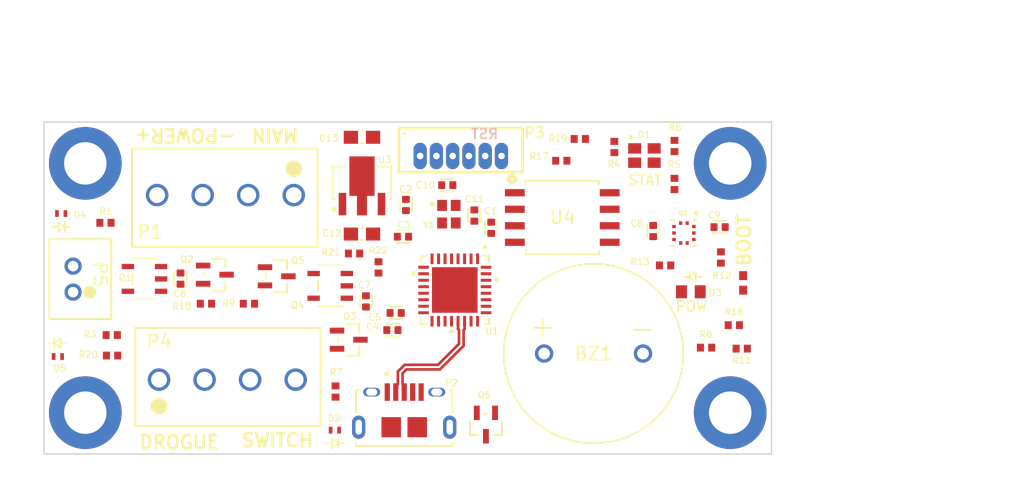
<source format=kicad_pcb>
(kicad_pcb (version 20221018) (generator pcbnew)
  (layers (0 "F.Cu" signal) (1 "In1.Cu" signal) (2 "In2.Cu" signal) (31 "B.Cu" signal) (34 "B.Paste" user) (35 "F.Paste" user) (36 "B.SilkS" user "B.Silkscreen") (37 "F.SilkS" user "F.Silkscreen") (38 "B.Mask" user) (39 "F.Mask" user) (44 "Edge.Cuts" user))
  (net 0 "")
  (net 1 "Net-(BZ1-+)")
  (net 2 "NRST")
  (net 3 "Net-(P5-6)")
  (net 4 "Earth")
  (net 5 "Net-(D3-Pad1)")
  (net 6 "BEEP")
  (net 7 "3.3V")
  (net 8 "VIN")
  (net 9 "OSC_IN")
  (net 10 "OSC_OUT")
  (net 11 "5V")
  (net 12 "DROGUE")
  (net 13 "MAIN")
  (net 14 "Net-(D1-Pad2)")
  (net 15 "Net-(D1-Pad3)")
  (net 16 "Net-(D1-Pad4)")
  (net 17 "USB_D-")
  (net 18 "USB_D+")
  (net 21 "BOOT")
  (net 22 "SWDIO")
  (net 23 "SWCLK")
  (net 24 "SWO")
  (net 25 "VIN_SW")
  (net 28 "STATUS_B")
  (net 29 "STATUS_G")
  (net 30 "STATUS_R")
  (net 31 "~{FLASH_SS}")
  (net 32 "USB_DETECT")
  (net 33 "FLASH_SCK")
  (net 34 "~{SWITCH}")
  (net 35 "BP_SCL")
  (net 36 "BP_SDA")
  (net 37 "~{MAIN_CONT}")
  (net 38 "~{DROGUE_CONT}")
  (net 39 "FLASH_MISO")
  (net 40 "FLASH_MOSI")
  (net 44 "VBAT_SENSE")
  (net 46 "Net-(P4A-6)")
  (net 47 "Net-(P1A-6)")
  (net 48 "Net-(P1B-6)")
  (footprint "Base-Flight-Computer:RES_0402" (layer "F.Cu") (at 111.506 97.7138)
    (fp_text reference "R20" (at -1.8288 -0.0762) (layer "F.SilkS") (effects (font (size 0.508 0.508) (thickness 0.0762))))
    (fp_text value "100k")
    (pad "1" smd rect (at -0.432 0) (size 0.54 0.6) (layers "F.Cu" "F.Paste" "F.Mask") (net 4 "Earth"))
    (pad "2" smd rect (at 0.432 0) (size 0.54 0.6) (layers "F.Cu" "F.Paste" "F.Mask") (net 25 "VIN_SW"))
  )
  (footprint "Base-Flight-Computer:CAP_0402" (layer "F.Cu") (at 116.7638 91.7956 90)
    (fp_text reference "C6" (at -1.1684 -0.0508) (layer "F.SilkS") (effects (font (size 0.508 0.508) (thickness 0.0762))))
    (fp_text value "1uF")
    (pad "1" smd roundrect (at -0.43 0 180) (size 0.6 0.54) (layers "F.Cu" "F.Paste" "F.Mask") (roundrect_rratio 0.14) (net 13 "MAIN"))
    (pad "2" smd roundrect (at 0.43 0 180) (size 0.6 0.54) (layers "F.Cu" "F.Paste" "F.Mask") (roundrect_rratio 0.14) (net 4 "Earth"))
  )
  (footprint "Base-Flight-Computer:CLMVC-FKA-CL1D1L71BB7C3C3" (layer "F.Cu") (at 152.412 82.3302)
    (fp_text reference "D1" (at -0.0254 -1.6002) (layer "F.SilkS") (effects (font (size 0.508 0.508) (thickness 0.0762))))
    (fp_text value "CLMVC-FKA-CL1D1L71BB7C3C3")
    (pad "1" smd rect (at -0.75 -0.55 270) (size 0.8 1) (layers "F.Cu" "F.Paste" "F.Mask") (net 7 "3.3V"))
    (pad "2" smd rect (at 0.75 -0.55 270) (size 0.8 1) (layers "F.Cu" "F.Paste" "F.Mask") (net 14 "Net-(D1-Pad2)"))
    (pad "3" smd rect (at 0.75 0.55 270) (size 0.8 1) (layers "F.Cu" "F.Paste" "F.Mask") (net 15 "Net-(D1-Pad3)"))
    (pad "4" smd rect (at -0.75 0.55 270) (size 0.8 1) (layers "F.Cu" "F.Paste" "F.Mask") (net 16 "Net-(D1-Pad4)"))
  )
  (footprint "Base-Flight-Computer:MountingHole_4-40" (layer "F.Cu") (at 109.4486 102.108)
    (fp_text reference "H4" hide)
    (fp_text value "Mounting-Hole-4-40" hide)
    (pad "1" thru_hole circle (at 0 0) (size 5.588 5.588) (drill 3.2639) (layers "*.Cu" "*.Mask") (net 4 "Earth"))
  )
  (footprint "Base-Flight-Computer:53047-0610" (layer "F.Cu") (at 138.303 82.365 180)
    (fp_text reference "P3" (at -5.6642 1.778) (layer "F.SilkS") (effects (font (size 0.8 0.8))))
    (fp_text value "0530470610")
    (pad "1" thru_hole oval (at 3.125 0 180) (size 1.016 2.032) (drill 0.508) (layers "*.Cu" "*.Mask") (net 7 "3.3V"))
    (pad "2" thru_hole oval (at 1.875 0 180) (size 1.016 2.032) (drill 0.508) (layers "*.Cu" "*.Mask") (net 22 "SWDIO"))
    (pad "3" thru_hole oval (at 0.625 0 180) (size 1.016 2.032) (drill 0.508) (layers "*.Cu" "*.Mask") (net 23 "SWCLK"))
    (pad "4" thru_hole oval (at -0.625 0 180) (size 1.016 2.032) (drill 0.508) (layers "*.Cu" "*.Mask") (net 24 "SWO"))
    (pad "5" thru_hole oval (at -1.875 0 180) (size 1.016 2.032) (drill 0.508) (layers "*.Cu" "*.Mask") (net 2 "NRST"))
    (pad "6" thru_hole oval (at -3.125 0 180) (size 1.016 2.032) (drill 0.508) (layers "*.Cu" "*.Mask") (net 4 "Earth"))
  )
  (footprint "Base-Flight-Computer:CAP_0402" (layer "F.Cu") (at 153.0858 88.138 -90)
    (fp_text reference "C8" (at -0.5842 1.2446) (layer "F.SilkS") (effects (font (size 0.508 0.508) (thickness 0.0762))))
    (fp_text value "0.1uF")
    (pad "1" smd roundrect (at -0.43 0) (size 0.6 0.54) (layers "F.Cu" "F.Paste" "F.Mask") (roundrect_rratio 0.14) (net 7 "3.3V"))
    (pad "2" smd roundrect (at 0.43 0) (size 0.6 0.54) (layers "F.Cu" "F.Paste" "F.Mask") (roundrect_rratio 0.14) (net 4 "Earth"))
  )
  (footprint "Base-Flight-Computer:RES_0402" (layer "F.Cu") (at 154.0004 90.7796)
    (fp_text reference "R13" (at -1.9306 -0.2794 180) (layer "F.SilkS") (effects (font (size 0.508 0.508) (thickness 0.0762))))
    (fp_text value "4.7k")
    (pad "1" smd rect (at -0.432 0) (size 0.54 0.6) (layers "F.Cu" "F.Paste" "F.Mask") (net 36 "BP_SDA"))
    (pad "2" smd rect (at 0.432 0) (size 0.54 0.6) (layers "F.Cu" "F.Paste" "F.Mask") (net 7 "3.3V"))
  )
  (footprint "Base-Flight-Computer:CAP_0402" (layer "F.Cu") (at 131.0132 93.5482 90)
    (fp_text reference "C7" (at 1.27 -0.127 180) (layer "F.SilkS") (effects (font (size 0.508 0.508) (thickness 0.0762))))
    (fp_text value "1uF")
    (pad "1" smd roundrect (at -0.43 0 180) (size 0.6 0.54) (layers "F.Cu" "F.Paste" "F.Mask") (roundrect_rratio 0.14) (net 12 "DROGUE"))
    (pad "2" smd roundrect (at 0.43 0 180) (size 0.6 0.54) (layers "F.Cu" "F.Paste" "F.Mask") (roundrect_rratio 0.14) (net 4 "Earth"))
  )
  (footprint "Base-Flight-Computer:PMEG3010AESBYL" (layer "F.Cu") (at 128.6256 103.4542 180)
    (fp_text reference "D2" (at 0.0508 0.9144 180) (layer "F.SilkS") (effects (font (size 0.508 0.508) (thickness 0.0762))))
    (fp_text value "PMEG3010AESBYL")
    (pad "A" smd rect (at 0.325 0 180) (size 0.28 0.52) (layers "F.Cu" "F.Paste" "F.Mask") (net 11 "5V"))
    (pad "C" smd rect (at -0.325 0 180) (size 0.28 0.52) (layers "F.Cu" "F.Paste" "F.Mask") (net 8 "VIN"))
  )
  (footprint "Base-Flight-Computer:AT-1438-TWT-R" (layer "F.Cu") (at 148.5038 97.5614)
    (fp_text reference "BZ1" (at 0 0) (layer "F.SilkS"))
    (fp_text value "AT-1438-TWT-R")
    (pad "1" thru_hole circle (at -3.8 0) (size 1.408 1.408) (drill 0.9) (layers "*.Cu" "*.Mask") (net 8 "VIN"))
    (pad "2" thru_hole circle (at 3.8 0) (size 1.408 1.408) (drill 0.9) (layers "*.Cu" "*.Mask") (net 1 "Net-(BZ1-+)"))
  )
  (footprint "Base-Flight-Computer:RES_0402" (layer "F.Cu") (at 150.1006 81.6698 90)
    (fp_text reference "R4" (at -1.3208 -0.0254) (layer "F.SilkS") (effects (font (size 0.508 0.508) (thickness 0.0762))))
    (fp_text value "82")
    (pad "1" smd rect (at -0.432 0 90) (size 0.54 0.6) (layers "F.Cu" "F.Paste" "F.Mask") (net 28 "STATUS_B"))
    (pad "2" smd rect (at 0.432 0 90) (size 0.54 0.6) (layers "F.Cu" "F.Paste" "F.Mask") (net 14 "Net-(D1-Pad2)"))
  )
  (footprint "Base-Flight-Computer:RES_0402" (layer "F.Cu") (at 110.9978 87.503)
    (fp_text reference "R1" (at 0.0254 -0.8636) (layer "F.SilkS") (effects (font (size 0.508 0.508) (thickness 0.0762))))
    (fp_text value "10k")
    (pad "1" smd rect (at -0.432 0) (size 0.54 0.6) (layers "F.Cu" "F.Paste" "F.Mask") (net 37 "~{MAIN_CONT}"))
    (pad "2" smd rect (at 0.432 0) (size 0.54 0.6) (layers "F.Cu" "F.Paste" "F.Mask") (net 7 "3.3V"))
  )
  (footprint "Base-Flight-Computer:CAP_0402" (layer "F.Cu") (at 140.6398 87.884 -90)
    (fp_text reference "C1" (at -1.2954 0.0254 -180) (layer "F.SilkS") (effects (font (size 0.508 0.508) (thickness 0.0762))))
    (fp_text value "0.1uF")
    (pad "1" smd roundrect (at -0.43 0) (size 0.6 0.54) (layers "F.Cu" "F.Paste" "F.Mask") (roundrect_rratio 0.14) (net 7 "3.3V"))
    (pad "2" smd roundrect (at 0.43 0) (size 0.6 0.54) (layers "F.Cu" "F.Paste" "F.Mask") (roundrect_rratio 0.14) (net 4 "Earth"))
  )
  (footprint "Base-Flight-Computer:B2B-PH-K-SLFSN_JST" (layer "F.Cu") (at 108.5088 92.837 -90)
    (fp_text reference "P5" (at -1.3716 -2.0828 -90 unlocked) (layer "F.SilkS"))
    (fp_text value "B2B-PH-K-SLFSN_JST")
    (pad "1" thru_hole circle (at 0.000001 0 270) (size 1.3208 1.3208) (drill 0.8128) (layers "*.Cu" "*.Mask") (net 4 "Earth"))
    (pad "2" thru_hole circle (at -2.000001 0 270) (size 1.3208 1.3208) (drill 0.8128) (layers "*.Cu" "*.Mask") (net 3 "Net-(P5-6)"))
  )
  (footprint "Base-Flight-Computer:2N7002W-7-F" (layer "F.Cu") (at 119.4054 91.4908 -90)
    (fp_text reference "Q2" (at -1.1684 2.159 unlocked) (layer "F.SilkS") (effects (font (size 0.508 0.508) (thickness 0.0762))))
    (fp_text value "2N7002W-7-F")
    (pad "1" smd rect (at -0.700001 0.900001 270) (size 0.4508 1.1112) (layers "F.Cu" "F.Paste" "F.Mask") (net 47 "Net-(P1A-6)"))
    (pad "2" smd rect (at 0.700001 0.900001 270) (size 0.4508 1.1112) (layers "F.Cu" "F.Paste" "F.Mask") (net 4 "Earth"))
    (pad "3" smd rect (at 0 -0.9 270) (size 0.4508 1.1112) (layers "F.Cu" "F.Paste" "F.Mask") (net 37 "~{MAIN_CONT}"))
  )
  (footprint "Base-Flight-Computer:RES_0402" (layer "F.Cu") (at 131.9784 90.932 90)
    (fp_text reference "R22" (at 1.3208 -0.0254 180) (layer "F.SilkS") (effects (font (size 0.508 0.508) (thickness 0.0762))))
    (fp_text value "10k")
    (pad "1" smd rect (at -0.432 0 90) (size 0.54 0.6) (layers "F.Cu" "F.Paste" "F.Mask") (net 4 "Earth"))
    (pad "2" smd rect (at 0.432 0 90) (size 0.54 0.6) (layers "F.Cu" "F.Paste" "F.Mask") (net 44 "VBAT_SENSE"))
  )
  (footprint "Base-Flight-Computer:RES_0402" (layer "F.Cu") (at 128.6764 100.4824 90)
    (fp_text reference "R7" (at 1.4986 0.0508 180) (layer "F.SilkS") (effects (font (size 0.508 0.508) (thickness 0.0762))))
    (fp_text value "10k")
    (pad "1" smd rect (at -0.432 0 90) (size 0.54 0.6) (layers "F.Cu" "F.Paste" "F.Mask") (net 38 "~{DROGUE_CONT}"))
    (pad "2" smd rect (at 0.432 0 90) (size 0.54 0.6) (layers "F.Cu" "F.Paste" "F.Mask") (net 7 "3.3V"))
  )
  (footprint "Base-Flight-Computer:CAP_0402" (layer "F.Cu") (at 133.0452 95.758 180)
    (fp_text reference "C4" (at 1.524 0.254) (layer "F.SilkS") (effects (font (size 0.508 0.508) (thickness 0.0762))))
    (fp_text value "10nF")
    (pad "1" smd roundrect (at -0.43 0 270) (size 0.6 0.54) (layers "F.Cu" "F.Paste" "F.Mask") (roundrect_rratio 0.14) (net 7 "3.3V"))
    (pad "2" smd roundrect (at 0.43 0 270) (size 0.6 0.54) (layers "F.Cu" "F.Paste" "F.Mask") (roundrect_rratio 0.14) (net 4 "Earth"))
  )
  (footprint "Base-Flight-Computer:10118194-0001LF" (layer "F.Cu") (at 133.9544 103.2256)
    (fp_text reference "P2" (at 3.643 -3.4112) (layer "F.SilkS") (effects (font (size 0.508 0.508) (thickness 0.0762))))
    (fp_text value "USB")
    (pad "1" smd rect (at -1.3 -2.7) (size 0.4 1.35) (layers "F.Cu" "F.Paste" "F.Mask") (net 11 "5V"))
    (pad "2" smd rect (at -0.65 -2.7) (size 0.4 1.35) (layers "F.Cu" "F.Paste" "F.Mask") (net 17 "USB_D-"))
    (pad "3" smd rect (at 0 -2.7) (size 0.4 1.35) (layers "F.Cu" "F.Paste" "F.Mask") (net 18 "USB_D+"))
    (pad "4" smd rect (at 0.65 -2.7) (size 0.4 1.35) (layers "F.Cu" "F.Paste" "F.Mask"))
    (pad "5" smd rect (at 1.3 -2.7) (size 0.4 1.35) (layers "F.Cu" "F.Paste" "F.Mask") (net 4 "Earth"))
    (pad "S1" thru_hole oval (at -2.5 -2.7) (size 1.3 0.65) (drill oval 0.85 0.55) (layers "*.Cu" "*.Mask") (net 4 "Earth"))
    (pad "S1" smd rect (at -1 0) (size 1.5 1.55) (layers "F.Cu" "F.Paste" "F.Mask") (net 4 "Earth"))
    (pad "S1" smd rect (at 1 0) (size 1.5 1.55) (layers "F.Cu" "F.Paste" "F.Mask") (net 4 "Earth"))
    (pad "S2" thru_hole oval (at -3.5 0) (size 1.016 1.778) (drill oval 0.5 1.15) (layers "*.Cu" "*.Mask") (net 4 "Earth"))
    (pad "S2" thru_hole oval (at 2.5 -2.7) (size 1.3 0.65) (drill oval 0.85 0.55) (layers "*.Cu" "*.Mask") (net 4 "Earth"))
    (pad "S2" thru_hole oval (at 3.5 0) (size 1.016 1.778) (drill oval 0.5 1.15) (layers "*.Cu" "*.Mask") (net 4 "Earth"))
  )
  (footprint "Base-Flight-Computer:PMEG3010AESBYL" (layer "F.Cu") (at 107.3404 97.79)
    (fp_text reference "D5" (at 0.127 0.889) (layer "F.SilkS") (effects (font (size 0.508 0.508) (thickness 0.0762))))
    (fp_text value "PMEG3010AESBYL")
    (pad "A" smd rect (at 0.325 0) (size 0.28 0.52) (layers "F.Cu" "F.Paste" "F.Mask") (net 3 "Net-(P5-6)"))
    (pad "C" smd rect (at -0.325 0) (size 0.28 0.52) (layers "F.Cu" "F.Paste" "F.Mask") (net 8 "VIN"))
  )
  (footprint "Base-Flight-Computer:Jumper-NO" (layer "F.Cu") (at 159.9946 92.1258 -90)
    (fp_text reference "J1" hide)
    (fp_text value "Jumper_NO" hide)
    (pad "1" smd rect (at -0.5588 0 270) (size 0.6858 0.6096) (layers "F.Cu" "F.Paste" "F.Mask") (net 7 "3.3V"))
    (pad "2" smd rect (at 0.5588 0 270) (size 0.6858 0.6096) (layers "F.Cu" "F.Paste" "F.Mask") (net 21 "BOOT"))
  )
  (footprint "Base-Flight-Computer:AP7370-33Y-13" (layer "F.Cu") (at 130.7084 84.4296 90)
    (fp_text reference "U3" (at 1.794 1.7512) (layer "F.SilkS") (effects (font (size 0.508 0.508) (thickness 0.0762))))
    (fp_text value "LMS8117AMP-3.3_NOPB")
    (pad "1" smd rect (at -1.635 -1.5 90) (size 1.73 0.58) (layers "F.Cu" "F.Paste") (net 7 "3.3V"))
    (pad "2" smd custom (at 0 0 90) (size 1 0.76) (layers "F.Cu") (net 4 "Earth") (options (clearance outline) (anchor rect)) (primitives (gr_poly (pts (xy 2.03 -0.9665) (xy 2.03 0.9665) (xy -1 0.9665) (xy -1 0.38) (xy -2.5 0.38) (xy -2.5 -0.38) (xy -1 -0.38) (xy -1 -0.9665)) (width 0.01) (fill yes))))
    (pad "3" smd rect (at -1.635 1.5 90) (size 1.73 0.58) (layers "F.Cu" "F.Paste") (net 8 "VIN"))
  )
  (footprint "Base-Flight-Computer:RES_0402" (layer "F.Cu") (at 130.0988 89.8652)
    (fp_text reference "R21" (at -1.778 -0.1016) (layer "F.SilkS") (effects (font (size 0.508 0.508) (thickness 0.0762))))
    (fp_text value "39k")
    (pad "1" smd rect (at -0.432 0) (size 0.54 0.6) (layers "F.Cu" "F.Paste" "F.Mask") (net 8 "VIN"))
    (pad "2" smd rect (at 0.432 0) (size 0.54 0.6) (layers "F.Cu" "F.Paste" "F.Mask") (net 44 "VBAT_SENSE"))
  )
  (footprint "Base-Flight-Computer:BMP390" (layer "F.Cu") (at 155.4988 88.3158)
    (fp_text reference "U2" (at -0.127 -1.5494) (layer "F.SilkS") (effects (font (size 0.32 0.32))))
    (fp_text value "BMP390")
    (pad "1" smd rect (at 0.1997 -0.7879 270) (size 0.275 0.25) (layers "F.Cu" "F.Paste" "F.Mask") (net 7 "3.3V"))
    (pad "2" smd rect (at -0.3003 -0.7879 270) (size 0.275 0.25) (layers "F.Cu" "F.Paste" "F.Mask") (net 35 "BP_SCL"))
    (pad "3" smd rect (at -0.8128 -0.5254 270) (size 0.25 0.275) (layers "F.Cu" "F.Paste" "F.Mask") (net 4 "Earth"))
    (pad "4" smd rect (at -0.8128 -0.0254 270) (size 0.25 0.275) (layers "F.Cu" "F.Paste" "F.Mask") (net 36 "BP_SDA"))
    (pad "5" smd rect (at -0.8128 0.4746 270) (size 0.25 0.275) (layers "F.Cu" "F.Paste" "F.Mask") (net 4 "Earth"))
    (pad "6" smd rect (at -0.3003 0.7371 270) (size 0.275 0.25) (layers "F.Cu" "F.Paste" "F.Mask") (net 7 "3.3V"))
    (pad "7" smd rect (at 0.1997 0.7371 270) (size 0.275 0.25) (layers "F.Cu" "F.Paste" "F.Mask"))
    (pad "8" smd rect (at 0.7122 0.4746 270) (size 0.25 0.275) (layers "F.Cu" "F.Paste" "F.Mask") (net 4 "Earth"))
    (pad "9" smd rect (at 0.7122 -0.0254 270) (size 0.25 0.275) (layers "F.Cu" "F.Paste" "F.Mask") (net 4 "Earth"))
    (pad "10" smd rect (at 0.7122 -0.5254 270) (size 0.25 0.275) (layers "F.Cu" "F.Paste" "F.Mask") (net 7 "3.3V"))
  )
  (footprint "Base-Flight-Computer:QS5U17TR" (layer "F.Cu") (at 128.27 92.3544 180)
    (fp_text reference "Q4" (at 2.5146 -1.4986) (layer "F.SilkS") (effects (font (size 0.508 0.508) (thickness 0.0762))))
    (fp_text value "QS5U17TR" hide)
    (pad "1" smd rect (at -1.27635 -0.950001 180) (size 0.9525 0.4064) (layers "F.Cu" "F.Paste" "F.Mask") (net 12 "DROGUE"))
    (pad "2" smd rect (at -1.27635 0 180) (size 0.9525 0.4064) (layers "F.Cu" "F.Paste" "F.Mask") (net 4 "Earth"))
    (pad "3" smd rect (at -1.27635 0.950001 180) (size 0.9525 0.4064) (layers "F.Cu" "F.Paste" "F.Mask"))
    (pad "4" smd rect (at 1.27635 0.950001 180) (size 0.9525 0.4064) (layers "F.Cu" "F.Paste" "F.Mask"))
    (pad "5" smd rect (at 1.27635 -0.950001 180) (size 0.9525 0.4064) (layers "F.Cu" "F.Paste" "F.Mask") (net 46 "Net-(P4A-6)"))
  )
  (footprint "Base-Flight-Computer:ECS-240-12-37B-CKY-TR" (layer "F.Cu") (at 137.3886 86.8426 -90)
    (fp_text reference "Y1" (at 0.8128 1.5494) (layer "F.SilkS") (effects (font (size 0.480856 0.480856) (thickness 0.120214))))
    (fp_text value "ECS-240-18-33-JGN-TR")
    (pad "1" smd rect (at -0.675 0.525 270) (size 0.85 0.75) (layers "F.Cu" "F.Paste" "F.Mask") (net 9 "OSC_IN"))
    (pad "2" smd rect (at 0.675 0.525 270) (size 0.85 0.75) (layers "F.Cu" "F.Paste" "F.Mask"))
    (pad "3" smd rect (at 0.675 -0.525 270) (size 0.85 0.75) (layers "F.Cu" "F.Paste" "F.Mask") (net 10 "OSC_OUT"))
    (pad "4" smd rect (at -0.675 -0.525 270) (size 0.85 0.75) (layers "F.Cu" "F.Paste" "F.Mask"))
  )
  (footprint "Base-Flight-Computer:2N7002W-7-F" (layer "F.Cu") (at 129.6924 96.4946 -90)
    (fp_text reference "Q3" (at -1.8034 -0.0762 unlocked) (layer "F.SilkS") (effects (font (size 0.508 0.508) (thickness 0.0762))))
    (fp_text value "2N7002W-7-F")
    (pad "1" smd rect (at -0.700001 0.900001 270) (size 0.4508 1.1112) (layers "F.Cu" "F.Paste" "F.Mask") (net 46 "Net-(P4A-6)"))
    (pad "2" smd rect (at 0.700001 0.900001 270) (size 0.4508 1.1112) (layers "F.Cu" "F.Paste" "F.Mask") (net 4 "Earth"))
    (pad "3" smd rect (at 0 -0.9 270) (size 0.4508 1.1112) (layers "F.Cu" "F.Paste" "F.Mask") (net 38 "~{DROGUE_CONT}"))
  )
  (footprint "Base-Flight-Computer:RES_0402" (layer "F.Cu") (at 147.447 81.0514)
    (fp_text reference "R19" (at -1.6764 -0.0254) (layer "F.SilkS") (effects (font (size 0.508 0.508) (thickness 0.0762))))
    (fp_text value "10k")
    (pad "1" smd rect (at -0.432 0) (size 0.54 0.6) (layers "F.Cu" "F.Paste" "F.Mask") (net 4 "Earth"))
    (pad "2" smd rect (at 0.432 0) (size 0.54 0.6) (layers "F.Cu" "F.Paste" "F.Mask") (net 33 "FLASH_SCK"))
  )
  (footprint "Base-Flight-Computer:RES_0402" (layer "F.Cu") (at 146.0246 82.7278 180)
    (fp_text reference "R17" (at 1.7018 0.3556) (layer "F.SilkS") (effects (font (size 0.508 0.508) (thickness 0.0762))))
    (fp_text value "10k")
    (pad "1" smd rect (at -0.432 0 180) (size 0.54 0.6) (layers "F.Cu" "F.Paste" "F.Mask") (net 31 "~{FLASH_SS}"))
    (pad "2" smd rect (at 0.432 0 180) (size 0.54 0.6) (layers "F.Cu" "F.Paste" "F.Mask") (net 7 "3.3V"))
  )
  (footprint "Base-Flight-Computer:QS5U17TR" (layer "F.Cu") (at 113.9952 91.821 180)
    (fp_text reference "Q1" (at 1.4732 0.1016) (layer "F.SilkS") (effects (font (size 0.508 0.508) (thickness 0.0762))))
    (fp_text value "QS5U17TR" hide)
    (pad "1" smd rect (at -1.27635 -0.950001 180) (size 0.9525 0.4064) (layers "F.Cu" "F.Paste" "F.Mask") (net 13 "MAIN"))
    (pad "2" smd rect (at -1.27635 0 180) (size 0.9525 0.4064) (layers "F.Cu" "F.Paste" "F.Mask") (net 4 "Earth"))
    (pad "3" smd rect (at -1.27635 0.950001 180) (size 0.9525 0.4064) (layers "F.Cu" "F.Paste" "F.Mask"))
    (pad "4" smd rect (at 1.27635 0.950001 180) (size 0.9525 0.4064) (layers "F.Cu" "F.Paste" "F.Mask"))
    (pad "5" smd rect (at 1.27635 -0.950001 180) (size 0.9525 0.4064) (layers "F.Cu" "F.Paste" "F.Mask") (net 47 "Net-(P1A-6)"))
  )
  (footprint "Base-Flight-Computer:RES_0402" (layer "F.Cu") (at 157.1498 97.1042)
    (fp_text reference "R8" (at -0.0254 -1.016) (layer "F.SilkS") (effects (font (size 0.508 0.508) (thickness 0.0762))))
    (fp_text value "100k")
    (pad "1" smd rect (at -0.432 0) (size 0.54 0.6) (layers "F.Cu" "F.Paste" "F.Mask") (net 11 "5V"))
    (pad "2" smd rect (at 0.432 0) (size 0.54 0.6) (layers "F.Cu" "F.Paste" "F.Mask") (net 32 "USB_DETECT"))
  )
  (footprint "Base-Flight-Computer:CAP_0402" (layer "F.Cu") (at 139.3444 86.9442 90)
    (fp_text reference "C11" (at 1.27 0.0254) (layer "F.SilkS") (effects (font (size 0.508 0.508) (thickness 0.0762))))
    (fp_text value "4pF")
    (pad "1" smd roundrect (at -0.43 0 180) (size 0.6 0.54) (layers "F.Cu" "F.Paste" "F.Mask") (roundrect_rratio 0.14) (net 10 "OSC_OUT"))
    (pad "2" smd roundrect (at 0.43 0 180) (size 0.6 0.54) (layers "F.Cu" "F.Paste" "F.Mask") (roundrect_rratio 0.14) (net 4 "Earth"))
  )
  (footprint "Base-Flight-Computer:RES_0402" (layer "F.Cu") (at 154.7234 81.5936 90)
    (fp_text reference "R6" (at 1.4224 0.0508) (layer "F.SilkS") (effects (font (size 0.508 0.508) (thickness 0.0762))))
    (fp_text value "240")
    (pad "1" smd rect (at -0.432 0 90) (size 0.54 0.6) (layers "F.Cu" "F.Paste" "F.Mask") (net 30 "STATUS_R"))
    (pad "2" smd rect (at 0.432 0 90) (size 0.54 0.6) (layers "F.Cu" "F.Paste" "F.Mask") (net 16 "Net-(D1-Pad4)"))
  )
  (footprint "Base-Flight-Computer:RES_0402" (layer "F.Cu") (at 111.4806 96.139)
    (fp_text reference "R3" (at -1.6764 -0.0508) (layer "F.SilkS") (effects (font (size 0.508 0.508) (thickness 0.0762))))
    (fp_text value "100k")
    (pad "1" smd rect (at -0.432 0) (size 0.54 0.6) (layers "F.Cu" "F.Paste" "F.Mask") (net 4 "Earth"))
    (pad "2" smd rect (at 0.432 0) (size 0.54 0.6) (layers "F.Cu" "F.Paste" "F.Mask") (net 47 "Net-(P1A-6)"))
  )
  (footprint "Base-Flight-Computer:CAP_0402" (layer "F.Cu") (at 133.858 88.5698)
    (fp_text reference "C3" (at 0.0762 -0.9144) (layer "F.SilkS") (effects (font (size 0.508 0.508) (thickness 0.0762))))
    (fp_text value "4.7uF")
    (pad "1" smd roundrect (at -0.43 0 90) (size 0.6 0.54) (layers "F.Cu" "F.Paste" "F.Mask") (roundrect_rratio 0.14) (net 7 "3.3V"))
    (pad "2" smd roundrect (at 0.43 0 90) (size 0.6 0.54) (layers "F.Cu" "F.Paste" "F.Mask") (roundrect_rratio 0.14) (net 4 "Earth"))
  )
  (footprint "Base-Flight-Computer:CAP_0603" (layer "F.Cu") (at 130.7084 80.9244)
    (fp_text reference "C13" (at -2.5654 0.0762 180) (layer "F.SilkS") (effects (font (size 0.508 0.508) (thickness 0.0762))))
    (fp_text value "1uF")
    (pad "1" smd rect (at -0.85 0) (size 1.1 1) (layers "F.Cu" "F.Paste" "F.Mask") (net 7 "3.3V"))
    (pad "2" smd rect (at 0.85 0) (size 1.1 1) (layers "F.Cu" "F.Paste" "F.Mask") (net 4 "Earth"))
  )
  (footprint "Base-Flight-Computer:MountingHole_4-40" (layer "F.Cu") (at 159.004 102.108)
    (fp_text reference "H3" hide)
    (fp_text value "Mounting-Hole-4-40" hide)
    (pad "1" thru_hole circle (at 0 0) (size 5.588 5.588) (drill 3.2639) (layers "*.Cu" "*.Mask") (net 4 "Earth"))
  )
  (footprint "Base-Flight-Computer:RES_0402" (layer "F.Cu") (at 158.2928 90.17 90)
    (fp_text reference "R12" (at -1.397 0.0762) (layer "F.SilkS") (effects (font (size 0.508 0.508) (thickness 0.0762))))
    (fp_text value "4.7k")
    (pad "1" smd rect (at -0.432 0 90) (size 0.54 0.6) (layers "F.Cu" "F.Paste" "F.Mask") (net 35 "BP_SCL"))
    (pad "2" smd rect (at 0.432 0 90) (size 0.54 0.6) (layers "F.Cu" "F.Paste" "F.Mask") (net 7 "3.3V"))
  )
  (footprint "Base-Flight-Computer:LTST-C191KGKT" (layer "F.Cu") (at 155.9814 92.8116)
    (fp_text reference "D3" (at 1.8796 0.0762) (layer "F.SilkS") (effects (font (size 0.508 0.508) (thickness 0.0762))))
    (fp_text value "LTST-C191KGKT")
    (pad "1" smd rect (at -0.7215 0) (size 0.843 1) (layers "F.Cu" "F.Paste" "F.Mask") (net 5 "Net-(D3-Pad1)"))
    (pad "2" smd rect (at 0.7215 0) (size 0.843 1) (layers "F.Cu" "F.Paste" "F.Mask") (net 7 "3.3V"))
  )
  (footprint "Base-Flight-Computer:1546551-4" (layer "F.Cu") (at 125.4674 85.3726 180)
    (fp_text reference "P1" (at 11.043801 -2.8194 unlocked) (layer "F.SilkS"))
    (fp_text value "1984659")
    (pad "1" thru_hole circle (at 0 0 180) (size 1.7272 1.7272) (drill 1.2192) (layers "*.Cu" "*.Mask") (net 25 "VIN_SW"))
    (pad "2" thru_hole circle (at 3.500001 0 180) (size 1.7272 1.7272) (drill 1.2192) (layers "*.Cu" "*.Mask") (net 47 "Net-(P1A-6)"))
    (pad "3" thru_hole circle (at 7.000001 0 180) (size 1.7272 1.7272) (drill 1.2192) (layers "*.Cu" "*.Mask") (net 4 "Earth"))
    (pad "4" thru_hole circle (at 10.500002 0 180) (size 1.7272 1.7272) (drill 1.2192) (layers "*.Cu" "*.Mask") (net 48 "Net-(P1B-6)"))
  )
  (footprint "Base-Flight-Computer:RES_0402" (layer "F.Cu") (at 154.7234 84.5146 -90)
    (fp_text reference "R5" (at -1.4986 0.0254) (layer "F.SilkS") (effects (font (size 0.508 0.508) (thickness 0.0762))))
    (fp_text value "82")
    (pad "1" smd rect (at -0.432 0 270) (size 0.54 0.6) (layers "F.Cu" "F.Paste" "F.Mask") (net 29 "STATUS_G"))
    (pad "2" smd rect (at 0.432 0 270) (size 0.54 0.6) (layers "F.Cu" "F.Paste" "F.Mask") (net 15 "Net-(D1-Pad3)"))
  )
  (footprint "Base-Flight-Computer:CAP_0402" (layer "F.Cu") (at 158.1912 87.8332)
    (fp_text reference "C9" (at -0.4064 -0.9398) (layer "F.SilkS") (effects (font (size 0.508 0.508) (thickness 0.0762))))
    (fp_text value "0.1uF")
    (pad "1" smd roundrect (at -0.43 0 90) (size 0.6 0.54) (layers "F.Cu" "F.Paste" "F.Mask") (roundrect_rratio 0.14) (net 7 "3.3V"))
    (pad "2" smd roundrect (at 0.43 0 90) (size 0.6 0.54) (layers "F.Cu" "F.Paste" "F.Mask") (roundrect_rratio 0.14) (net 4 "Earth"))
  )
  (footprint "Base-Flight-Computer:CAP_0402" (layer "F.Cu") (at 133.2992 94.4372 180)
    (fp_text reference "C5" (at 1.6002 -0.3302) (layer "F.SilkS") (effects (font (size 0.508 0.508) (thickness 0.0762))))
    (fp_text value "1uF")
    (pad "1" smd roundrect (at -0.43 0 270) (size 0.6 0.54) (layers "F.Cu" "F.Paste" "F.Mask") (roundrect_rratio 0.14) (net 7 "3.3V"))
    (pad "2" smd roundrect (at 0.43 0 270) (size 0.6 0.54) (layers "F.Cu" "F.Paste" "F.Mask") (roundrect_rratio 0.14) (net 4 "Earth"))
  )
  (footprint "Base-Flight-Computer:MountingHole_4-40" (layer "F.Cu") (at 159.004 82.931)
    (fp_text reference "H1" hide)
    (fp_text value "Mounting-Hole-4-40" hide)
    (pad "1" thru_hole circle (at 0 0) (size 5.588 5.588) (drill 3.2639) (layers "*.Cu" "*.Mask") (net 4 "Earth"))
  )
  (footprint "Base-Flight-Computer:RES_0402" (layer "F.Cu") (at 159.2834 95.377)
    (fp_text reference "R16" (at 0.0254 -1.0414) (layer "F.SilkS") (effects (font (size 0.508 0.508) (thickness 0.0762))))
    (fp_text value "240")
    (pad "1" smd rect (at -0.432 0) (size 0.54 0.6) (layers "F.Cu" "F.Paste" "F.Mask") (net 4 "Earth"))
    (pad "2" smd rect (at 0.432 0) (size 0.54 0.6) (layers "F.Cu" "F.Paste" "F.Mask") (net 5 "Net-(D3-Pad1)"))
  )
  (footprint "Base-Flight-Computer:RES_0402" (layer "F.Cu") (at 122.0216 93.726)
    (fp_text reference "R9" (at -1.5494 -0.0254) (layer "F.SilkS") (effects (font (size 0.508 0.508) (thickness 0.0762))))
    (fp_text value "100k")
    (pad "1" smd rect (at -0.432 0) (size 0.54 0.6) (layers "F.Cu" "F.Paste" "F.Mask") (net 4 "Earth"))
    (pad "2" smd rect (at 0.432 0) (size 0.54 0.6) (layers "F.Cu" "F.Paste" "F.Mask") (net 46 "Net-(P4A-6)"))
  )
  (footprint "Base-Flight-Computer:CAP_0402" (layer "F.Cu") (at 134.0866 86.1314 90)
    (fp_text reference "C2" (at 1.1938 -0.0254) (layer "F.SilkS") (effects (font (size 0.508 0.508) (thickness 0.0762))))
    (fp_text value "0.1uF")
    (pad "1" smd roundrect (at -0.43 0 180) (size 0.6 0.54) (layers "F.Cu" "F.Paste" "F.Mask") (roundrect_rratio 0.14) (net 7 "3.3V"))
    (pad "2" smd roundrect (at 0.43 0 180) (size 0.6 0.54) (layers "F.Cu" "F.Paste" "F.Mask") (roundrect_rratio 0.14) (net 4 "Earth"))
  )
  (footprint "Base-Flight-Computer:PMEG3010AESBYL" (layer "F.Cu") (at 107.5944 86.7918 180)
    (fp_text reference "D4" (at -1.4478 -0.1016) (layer "F.SilkS") (effects (font (size 0.508 0.508) (thickness 0.0762))))
    (fp_text value "PMEG3010AESBYL")
    (pad "A" smd rect (at 0.325 0 180) (size 0.28 0.52) (layers "F.Cu" "F.Paste" "F.Mask") (net 48 "Net-(P1B-6)"))
    (pad "C" smd rect (at -0.325 0 180) (size 0.28 0.52) (layers "F.Cu" "F.Paste" "F.Mask") (net 8 "VIN"))
  )
  (footprint "Base-Flight-Computer:1546551-4" (layer "F.Cu") (at 115.1128 99.568)
    (fp_text reference "P4" (at 0.015001 -2.921 unlocked) (layer "F.SilkS"))
    (fp_text value "1984659")
    (pad "1" thru_hole circle (at 0 0) (size 1.7272 1.7272) (drill 1.2192) (layers "*.Cu" "*.Mask") (net 25 "VIN_SW"))
    (pad "2" thru_hole circle (at 3.500001 0) (size 1.7272 1.7272) (drill 1.2192) (layers "*.Cu" "*.Mask") (net 46 "Net-(P4A-6)"))
    (pad "3" thru_hole circle (at 7.000001 0) (size 1.7272 1.7272) (drill 1.2192) (layers "*.Cu" "*.Mask") (net 8 "VIN"))
    (pad "4" thru_hole circle (at 10.500002 0) (size 1.7272 1.7272) (drill 1.2192) (layers "*.Cu" "*.Mask") (net 25 "VIN_SW"))
  )
  (footprint "Base-Flight-Computer:SST25VF040B-50-4I-S2AE-T" (layer "F.Cu") (at 146.1008 87.0966)
    (fp_text reference "U4" (at 0.0254 -0.0254) (layer "F.SilkS"))
    (fp_text value "SST25VF040B-50-4I-S2AE-T" hide)
    (pad "1" smd rect (at -3.6449 -1.905) (size 1.524 0.5588) (layers "F.Cu" "F.Paste" "F.Mask") (net 31 "~{FLASH_SS}"))
    (pad "2" smd rect (at -3.6449 -0.635) (size 1.524 0.5588) (layers "F.Cu" "F.Paste" "F.Mask") (net 39 "FLASH_MISO"))
    (pad "3" smd rect (at -3.6449 0.635) (size 1.524 0.5588) (layers "F.Cu" "F.Paste" "F.Mask") (net 7 "3.3V"))
    (pad "4" smd rect (at -3.6449 1.905) (size 1.524 0.5588) (layers "F.Cu" "F.Paste" "F.Mask") (net 4 "Earth"))
    (pad "5" smd rect (at 3.6449 1.905) (size 1.524 0.5588) (layers "F.Cu" "F.Paste" "F.Mask") (net 40 "FLASH_MOSI"))
    (pad "6" smd rect (at 3.6449 0.635) (size 1.524 0.5588) (layers "F.Cu" "F.Paste" "F.Mask") (net 33 "FLASH_SCK"))
    (pad "7" smd rect (at 3.6449 -0.635) (size 1.524 0.5588) (layers "F.Cu" "F.Paste" "F.Mask") (net 7 "3.3V"))
    (pad "8" smd rect (at 3.6449 -1.905) (size 1.524 0.5588) (layers "F.Cu" "F.Paste" "F.Mask") (net 7 "3.3V"))
  )
  (footprint "Base-Flight-Computer:RES_0402" (layer "F.Cu") (at 159.893 97.1804 180)
    (fp_text reference "R11" (at 0 -0.889) (layer "F.SilkS") (effects (font (size 0.508 0.508) (thickness 0.0762))))
    (fp_text value "200k")
    (pad "1" smd rect (at -0.432 0 180) (size 0.54 0.6) (layers "F.Cu" "F.Paste" "F.Mask") (net 4 "Earth"))
    (pad "2" smd rect (at 0.432 0 180) (size 0.54 0.6) (layers "F.Cu" "F.Paste" "F.Mask") (net 32 "USB_DETECT"))
  )
  (footprint "Base-Flight-Computer:RES_0402" (layer "F.Cu") (at 118.7196 93.726 180)
    (fp_text reference "R18" (at 1.8542 -0.1778 180) (layer "F.SilkS") (effects (font (size 0.508 0.508) (thickness 0.0762))))
    (fp_text value "10k")
    (pad "1" smd rect (at -0.432 0 180) (size 0.54 0.6) (layers "F.Cu" "F.Paste" "F.Mask") (net 34 "~{SWITCH}"))
    (pad "2" smd rect (at 0.432 0 180) (size 0.54 0.6) (layers "F.Cu" "F.Paste" "F.Mask") (net 7 "3.3V"))
  )
  (footprint "Base-Flight-Computer:MountingHole_4-40" (layer "F.Cu") (at 109.4486 82.931)
    (fp_text reference "H2" hide)
    (fp_text value "Mounting-Hole-4-40" hide)
    (pad "1" thru_hole circle (at 0 0) (size 5.588 5.588) (drill 3.2639) (layers "*.Cu" "*.Mask") (net 4 "Earth"))
  )
  (footprint "Base-Flight-Computer:2N7002W-7-F" (layer "F.Cu") (at 124.1552 91.6178 -90)
    (fp_text reference "Q5" (at -1.2192 -1.6256 unlocked) (layer "F.SilkS") (effects (font (size 0.508 0.508) (thickness 0.0762))))
    (fp_text value "2N7002W-7-F")
    (pad "1" smd rect (at -0.700001 0.900001 270) (size 0.4508 1.1112) (layers "F.Cu" "F.Paste" "F.Mask") (net 25 "VIN_SW"))
    (pad "2" smd rect (at 0.700001 0.900001 270) (size 0.4508 1.1112) (layers "F.Cu" "F.Paste" "F.Mask") (net 4 "Earth"))
    (pad "3" smd rect (at 0 -0.9 270) (size 0.4508 1.1112) (layers "F.Cu" "F.Paste" "F.Mask") (net 34 "~{SWITCH}"))
  )
  (footprint "Base-Flight-Computer:STM32G4A1KEU6" (layer "F.Cu") (at 137.841863 92.6719 -90)
    (fp_text reference "U1" (at 3.177159 -2.8575 unlocked) (layer "F.SilkS") (effects (font (size 0.508 0.508) (thickness 0.0762))))
    (fp_text value "STM32G4A1KEU6")
    (pad "1" smd rect (at -2.4003 -1.750441) (size 0.2286 0.8128) (layers "F.Cu" "F.Paste" "F.Mask") (net 7 "3.3V"))
    (pad "2" smd rect (at -2.4003 -1.250315) (size 0.2286 0.8128) (layers "F.Cu" "F.Paste" "F.Mask") (net 9 "OSC_IN"))
    (pad "3" smd rect (at -2.4003 -0.750189) (size 0.2286 0.8128) (layers "F.Cu" "F.Paste" "F.Mask") (net 10 "OSC_OUT"))
    (pad "4" smd rect (at -2.4003 -0.250063) (size 0.2286 0.8128) (layers "F.Cu" "F.Paste" "F.Mask") (net 2 "NRST"))
    (pad "5" smd rect (at -2.4003 0.250063) (size 0.2286 0.8128) (layers "F.Cu" "F.Paste" "F.Mask") (net 44 "VBAT_SENSE"))
    (pad "6" smd rect (at -2.4003 0.750189) (size 0.2286 0.8128) (layers "F.Cu" "F.Paste" "F.Mask") (net 34 "~{SWITCH}"))
    (pad "7" smd rect (at -2.4003 1.250315) (size 0.2286 0.8128) (layers "F.Cu" "F.Paste" "F.Mask") (net 6 "BEEP"))
    (pad "8" smd rect (at -2.4003 1.750441) (size 0.2286 0.8128) (layers "F.Cu" "F.Paste" "F.Mask") (net 13 "MAIN"))
    (pad "9" smd rect (at -1.750441 2.4003 270) (size 0.2286 0.8128) (layers "F.Cu" "F.Paste" "F.Mask") (net 28 "STATUS_B"))
    (pad "10" smd rect (at -1.250315 2.4003 270) (size 0.2286 0.8128) (layers "F.Cu" "F.Paste" "F.Mask") (net 33 "FLASH_SCK"))
    (pad "11" smd rect (at -0.750189 2.4003 270) (size 0.2286 0.8128) (layers "F.Cu" "F.Paste" "F.Mask") (net 31 "~{FLASH_SS}"))
    (pad "12" smd rect (at -0.250063 2.4003 270) (size 0.2286 0.8128) (layers "F.Cu" "F.Paste" "F.Mask") (net 40 "FLASH_MOSI"))
    (pad "13" smd rect (at 0.250063 2.4003 270) (size 0.2286 0.8128) (layers "F.Cu" "F.Paste" "F.Mask") (net 39 "FLASH_MISO"))
    (pad "14" smd rect (at 0.750189 2.4003 270) (size 0.2286 0.8128) (layers "F.Cu" "F.Paste" "F.Mask") (net 4 "Earth"))
    (pad "15" smd rect (at 1.250315 2.4003 270) (size 0.2286 0.8128) (layers "F.Cu" "F.Paste" "F.Mask") (net 7 "3.3V"))
    (pad "16" smd rect (at 1.750441 2.4003 270) (size 0.2286 0.8128) (layers "F.Cu" "F.Paste" "F.Mask") (net 4 "Earth"))
    (pad "17" smd rect (at 2.4003 1.750441) (size 0.2286 0.8128) (layers "F.Cu" "F.Paste" "F.Mask") (net 7 "3.3V"))
    (pad "18" smd rect (at 2.4003 1.250315) (size 0.2286 0.8128) (layers "F.Cu" "F.Paste" "F.Mask") (net 36 "BP_SDA"))
    (pad "19" smd rect (at 2.4003 0.750189) (size 0.2286 0.8128) (layers "F.Cu" "F.Paste" "F.Mask") (net 35 "BP_SCL"))
    (pad "20" smd rect (at 2.4003 0.250063) (size 0.2286 0.8128) (layers "F.Cu" "F.Paste" "F.Mask") (net 32 "USB_DETECT"))
    (pad "21" smd rect (at 2.4003 -0.250063) (size 0.2286 0.8128) (layers "F.Cu" "F.Paste" "F.Mask") (net 17 "USB_D-"))
    (pad "22" smd rect (at 2.4003 -0.750189) (size 0.2286 0.8128) (layers "F.Cu" "F.Paste" "F.Mask") (net 18 "USB_D+"))
    (pad "23" smd rect (at 2.4003 -1.250315) (size 0.2286 0.8128) (layers "F.Cu" "F.Paste" "F.Mask") (net 22 "SWDIO"))
    (pad "24" smd rect (at 2.4003 -1.750441) (size 0.2286 0.8128) (layers "F.Cu" "F.Paste" "F.Mask") (net 23 "SWCLK"))
    (pad "25" smd rect (at 1.750441 -2.4003 270) (size 0.2286 0.8128) (layers "F.Cu" "F.Paste" "F.Mask") (net 38 "~{DROGUE_CONT}"))
    (pad "26" smd rect (at 1.250315 -2.4003 270) (size 0.2286 0.8128) (layers "F.Cu" "F.Paste" "F.Mask") (net 24 "SWO"))
    (pad "27" smd rect (at 0.750189 -2.4003 270) (size 0.2286 0.8128) (layers "F.Cu" "F.Paste" "F.Mask") (net 12 "DROGUE"))
    (pad "28" smd rect (at 0.250063 -2.4003 270) (size 0.2286 0.8128) (layers "F.Cu" "F.Paste" "F.Mask") (net 30 "STATUS_R"))
    (pad "29" smd rect (at -0.250063 -2.4003 270) (size 0.2286 0.8128) (layers "F.Cu" "F.Paste" "F.Mask") (net 29 "STATUS_G"))
    (pad "30" smd rect (at -0.750189 -2.4003 270) (size 0.2286 0.8128) (layers "F.Cu" "F.Paste" "F.Mask") (net 37 "~{MAIN_CONT}"))
    (pad "31" smd rect (at -1.250315 -2.4003 270) (size 0.2286 0.8128) (layers "F.Cu" "F.Paste" "F.Mask") (net 21 "BOOT"))
    (pad "32" smd rect (at -1.750441 -2.4003 270) (size 0.2286 0.8128) (layers "F.Cu" "F.Paste" "F.Mask") (net 4 "Earth"))
    (pad "33" smd rect (at 0 0 270) (size 3.5052 3.5052) (layers "F.Cu" "F.Mask") (net 4 "Earth"))
  )
  (footprint "Base-Flight-Computer:2N7002W-7-F" (layer "F.Cu") (at 140.2334 103.0224 180)
    (fp_text reference "Q6" (at 0.127 2.286 unlocked) (layer "F.SilkS") (effects (font (size 0.508 0.508) (thickness 0.0762))))
    (fp_text value "2N7002W-7-F")
    (pad "1" smd rect (at -0.700001 0.900001 180) (size 0.4508 1.1112) (layers "F.Cu" "F.Paste" "F.Mask") (net 6 "BEEP"))
    (pad "2" smd rect (at 0.700001 0.900001 180) (size 0.4508 1.1112) (layers "F.Cu" "F.Paste" "F.Mask") (net 4 "Earth"))
    (pad "3" smd rect (at 0 -0.9 180) (size 0.4508 1.1112) (layers "F.Cu" "F.Paste" "F.Mask") (net 1 "Net-(BZ1-+)"))
  )
  (footprint "Base-Flight-Computer:CAP_0402" (layer "F.Cu") (at 137.2616 84.6074)
    (fp_text reference "C10" (at -1.6764 0 180) (layer "F.SilkS") (effects (font (size 0.508 0.508) (thickness 0.0762))))
    (fp_text value "4pF")
    (pad "1" smd roundrect (at -0.43 0 90) (size 0.6 0.54) (layers "F.Cu" "F.Paste" "F.Mask") (roundrect_rratio 0.14) (net 9 "OSC_IN"))
    (pad "2" smd roundrect (at 0.43 0 90) (size 0.6 0.54) (layers "F.Cu" "F.Paste" "F.Mask") (roundrect_rratio 0.14) (net 4 "Earth"))
  )
  (footprint "Base-Flight-Computer:CAP_0603" (layer "F.Cu") (at 130.7084 88.3666 180)
    (fp_text reference "C12" (at 2.3114 0.0508 180) (layer "F.SilkS") (effects (font (size 0.508 0.508) (thickness 0.0762))))
    (fp_text value "1uF")
    (pad "1" smd rect (at -0.85 0 180) (size 1.1 1) (layers "F.Cu" "F.Paste" "F.Mask") (net 8 "VIN"))
    (pad "2" smd rect (at 0.85 0 180) (size 1.1 1) (layers "F.Cu" "F.Paste" "F.Mask") (net 4 "Earth"))
  )
  (gr_rect (start 106.2736 79.756) (end 162.179 105.283) (stroke (width 0.1)) (fill none) (layer "Edge.Cuts"))
  (gr_text "RST" (at 140.1318 80.6704) (layer "B.SilkS") (effects (font (size 0.762 0.762) (thickness 0.127) bold) (justify mirror)))
  (gr_text "DROGUE" (at 116.6622 104.394) (layer "F.SilkS") (effects (font (size 1.016 1.016) (thickness 0.2032))))
  (gr_text "STAT" (at 152.4628 84.2098) (layer "F.SilkS") (effects (font (size 0.762 0.762) (thickness 0.127) bold)))
  (gr_text "POW" (at 156.0322 93.9292) (layer "F.SilkS") (effects (font (size 0.762 0.762) (thickness 0.127) bold)))
  (gr_text "MAIN" (at 124.0282 80.772 180) (layer "F.SilkS") (effects (font (size 1.016 1.016) (thickness 0.2032))))
  (gr_text "SWITCH" (at 124.206 104.2416) (layer "F.SilkS") (effects (font (size 1.016 1.016) (thickness 0.2032))))
  (gr_text "+" (at 113.9444 80.7212 270) (layer "F.SilkS") (effects (font (size 1.016 1.016) (thickness 0.2032))))
  (gr_text "-" (at 120.3198 80.7466) (layer "F.SilkS") (effects (font (size 1.016 1.016) (thickness 0.2032))))
  (gr_text "POWER" (at 117.0686 80.772 180) (layer "F.SilkS") (effects (font (size 1.016 1.016) (thickness 0.2032))))
  (gr_text "BOOT" (at 160.0708 88.8492 90) (layer "F.SilkS") (effects (font (size 1.016 1.016) (thickness 0.2032))))
  (segment (start 138.164189 95.754064) (end 138.164189 96.813763) (width 0.2032) (layer "F.Cu") (net 17))
  (segment (start 133.987552 98.425) (end 133.469341 98.943211) (width 0.2032) (layer "F.Cu") (net 17))
  (segment (start 138.164189 96.813763) (end 136.552952 98.425) (width 0.2032) (layer "F.Cu") (net 17))
  (segment (start 138.091926 95.0722) (end 138.091926 95.681801) (width 0.2032) (layer "F.Cu") (net 17))
  (segment (start 138.091926 95.681801) (end 138.164189 95.754064) (width 0.2032) (layer "F.Cu") (net 17))
  (segment (start 133.469341 98.943211) (end 133.469341 99.947674) (width 0.2032) (layer "F.Cu") (net 17))
  (segment (start 136.552952 98.425) (end 133.987552 98.425) (width 0.2032) (layer "F.Cu") (net 17))
  (segment (start 138.592052 95.0722) (end 138.592052 95.681801) (width 0.2032) (layer "F.Cu") (net 18))
  (segment (start 133.824941 99.090507) (end 133.824941 99.947674) (width 0.2032) (layer "F.Cu") (net 18))
  (segment (start 138.519789 95.754064) (end 138.519789 96.961059) (width 0.2032) (layer "F.Cu") (net 18))
  (segment (start 138.592052 95.681801) (end 138.519789 95.754064) (width 0.2032) (layer "F.Cu") (net 18))
  (segment (start 136.700248 98.7806) (end 134.134848 98.7806) (width 0.2032) (layer "F.Cu") (net 18))
  (segment (start 138.519789 96.961059) (end 136.700248 98.7806) (width 0.2032) (layer "F.Cu") (net 18))
  (segment (start 134.134848 98.7806) (end 133.824941 99.090507) (width 0.2032) (layer "F.Cu") (net 18))
)
</source>
